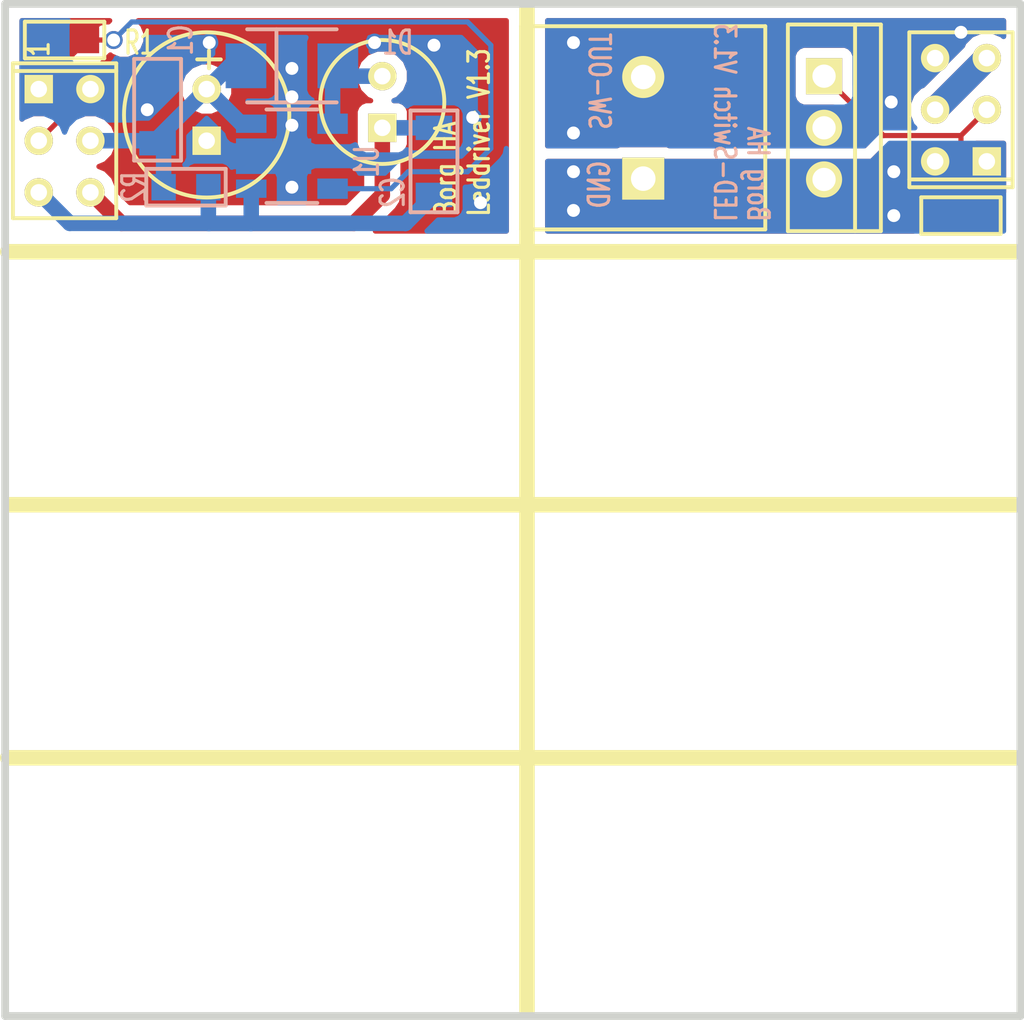
<source format=kicad_pcb>
(kicad_pcb (version 3) (host pcbnew "(25-Oct-2014 BZR 4029)-stable")

  (general
    (links 48)
    (no_connects 0)
    (area 48.704499 65.214499 98.996501 115.379501)
    (thickness 1.6002)
    (drawings 13)
    (tracks 67)
    (zones 0)
    (modules 31)
    (nets 11)
  )

  (page A4)
  (title_block 
    (title "Borg HA LED Driver & Switch")
    (rev 1.2)
  )

  (layers
    (15 Front signal)
    (0 Back signal)
    (16 B.Adhes user)
    (17 F.Adhes user)
    (18 B.Paste user)
    (19 F.Paste user)
    (20 B.SilkS user)
    (21 F.SilkS user)
    (22 B.Mask user)
    (23 F.Mask user)
    (24 Dwgs.User user)
    (25 Cmts.User user)
    (26 Eco1.User user)
    (27 Eco2.User user)
    (28 Edge.Cuts user)
  )

  (setup
    (last_trace_width 0.254)
    (user_trace_width 0.254)
    (user_trace_width 0.508)
    (user_trace_width 1.27)
    (trace_clearance 0.254)
    (zone_clearance 0.508)
    (zone_45_only no)
    (trace_min 0.2032)
    (segment_width 0.381)
    (edge_width 0.381)
    (via_size 0.889)
    (via_drill 0.635)
    (via_min_size 0.889)
    (via_min_drill 0.508)
    (uvia_size 0.508)
    (uvia_drill 0.127)
    (uvias_allowed no)
    (uvia_min_size 0.508)
    (uvia_min_drill 0.127)
    (pcb_text_width 0.3048)
    (pcb_text_size 1.524 2.032)
    (mod_edge_width 0.381)
    (mod_text_size 1.524 1.524)
    (mod_text_width 0.3048)
    (pad_size 1.397 1.397)
    (pad_drill 0.8128)
    (pad_to_mask_clearance 0.254)
    (aux_axis_origin 0 0)
    (visible_elements 7FFFFFBF)
    (pcbplotparams
      (layerselection 15761409)
      (usegerberextensions true)
      (excludeedgelayer false)
      (linewidth 0.150000)
      (plotframeref false)
      (viasonmask false)
      (mode 1)
      (useauxorigin false)
      (hpglpennumber 1)
      (hpglpenspeed 20)
      (hpglpendiameter 15)
      (hpglpenoverlay 0)
      (psnegative false)
      (psa4output false)
      (plotreference true)
      (plotvalue true)
      (plotothertext true)
      (plotinvisibletext false)
      (padsonsilk false)
      (subtractmaskfromsilk false)
      (outputformat 1)
      (mirror false)
      (drillshape 0)
      (scaleselection 1)
      (outputdirectory production))
  )

  (net 0 "")
  (net 1 /DIM)
  (net 2 /LED+)
  (net 3 /LED-)
  (net 4 /ON)
  (net 5 /SW)
  (net 6 /SW1)
  (net 7 /V+)
  (net 8 /V-)
  (net 9 GND)
  (net 10 VBATT)

  (net_class Default "This is the default net class."
    (clearance 0.254)
    (trace_width 0.254)
    (via_dia 0.889)
    (via_drill 0.635)
    (uvia_dia 0.508)
    (uvia_drill 0.127)
    (add_net "")
    (add_net /DIM)
    (add_net /ON)
    (add_net GND)
  )

  (net_class GND ""
    (clearance 0.254)
    (trace_width 0.508)
    (via_dia 0.889)
    (via_drill 0.635)
    (uvia_dia 0.508)
    (uvia_drill 0.127)
  )

  (net_class "High Power" ""
    (clearance 0.254)
    (trace_width 1.27)
    (via_dia 0.889)
    (via_drill 0.635)
    (uvia_dia 0.508)
    (uvia_drill 0.127)
    (add_net /SW)
    (add_net /V+)
    (add_net /V-)
  )

  (net_class Power ""
    (clearance 0.254)
    (trace_width 0.762)
    (via_dia 0.889)
    (via_drill 0.635)
    (uvia_dia 0.508)
    (uvia_drill 0.127)
    (add_net /LED+)
    (add_net /LED-)
    (add_net /SW1)
    (add_net VBATT)
  )

  (module P_6_PIN2_100 (layer Front) (tedit 50C71924) (tstamp 50C6E477)
    (at 51.816 72.136 270)
    (descr "Module P_6_PIN2_100, 6 pins two rows 100")
    (path /50C716B1)
    (fp_text reference P1 (at 0 3.81 270) (layer F.SilkS) hide
      (effects (font (size 1.524 1.143) (thickness 0.1905)))
    )
    (fp_text value CONN_6 (at 0 -3.81 270) (layer F.SilkS) hide
      (effects (font (size 1.524 1.143) (thickness 0.1905)))
    )
    (fp_line (start -3.81 2.54) (end 3.81 2.54) (layer F.SilkS) (width 0.1905))
    (fp_line (start 3.81 2.54) (end 3.81 -2.54) (layer F.SilkS) (width 0.1905))
    (fp_line (start 3.81 -2.54) (end -3.81 -2.54) (layer F.SilkS) (width 0.1905))
    (fp_line (start -3.81 -2.54) (end -3.81 2.54) (layer F.SilkS) (width 0.1905))
    (fp_line (start -3.429 2.54) (end -3.429 -2.54) (layer F.SilkS) (width 0.1905))
    (pad 1 thru_hole rect (at -2.54 1.27 270) (size 1.397 1.397) (drill 0.8128)
      (layers *.Cu *.Mask F.SilkS)
      (net 9 GND)
    )
    (pad 3 thru_hole circle (at 0 1.27 270) (size 1.397 1.397) (drill 0.8128)
      (layers *.Cu *.Mask F.SilkS)
      (net 1 /DIM)
    )
    (pad 5 thru_hole circle (at 2.54 1.27 270) (size 1.397 1.397) (drill 0.8128)
      (layers *.Cu *.Mask F.SilkS)
      (net 2 /LED+)
    )
    (pad 2 thru_hole circle (at -2.54 -1.27 270) (size 1.397 1.397) (drill 0.8128)
      (layers *.Cu *.Mask F.SilkS)
      (net 9 GND)
    )
    (pad 4 thru_hole circle (at 0 -1.27 270) (size 1.397 1.397) (drill 0.8128)
      (layers *.Cu *.Mask F.SilkS)
      (net 10 VBATT)
    )
    (pad 6 thru_hole circle (at 2.54 -1.27 270) (size 1.397 1.397) (drill 0.8128)
      (layers *.Cu *.Mask F.SilkS)
      (net 3 /LED-)
    )
  )

  (module CP_W100_D320 (layer Front) (tedit 563310D8) (tstamp 50E25219)
    (at 58.801 70.866 90)
    (descr "Module CP_W100_D320, distance 100 diameter 320")
    (path /50C078B2)
    (fp_text reference CPOL1 (at 0 2.667 90) (layer F.SilkS) hide
      (effects (font (size 1.524 1.143) (thickness 0.1905)))
    )
    (fp_text value 100uF (at 0 -2.667 90) (layer F.SilkS) hide
      (effects (font (size 1.524 1.143) (thickness 0.1905)))
    )
    (fp_text user + (at 2.7305 0 90) (layer F.SilkS)
      (effects (font (size 1.524 1.143) (thickness 0.1905)))
    )
    (fp_circle (center 0 0) (end 4.064 0) (layer F.SilkS) (width 0.1905))
    (pad 1 thru_hole rect (at -1.27 0 90) (size 1.397 1.397) (drill 0.8128)
      (layers *.Cu *.Mask F.SilkS)
      (net 9 GND)
    )
    (pad 2 thru_hole circle (at 1.27 0 90) (size 1.397 1.397) (drill 0.8128)
      (layers *.Cu *.Mask F.SilkS)
      (net 10 VBATT)
    )
  )

  (module R_SMT0805 (layer Front) (tedit 563310C8) (tstamp 5632E840)
    (at 95.885 75.819)
    (descr "Module R_SMT0805, length 3400 pad length 1200 width 1300")
    (path /5632E607)
    (fp_text reference R3 (at 0 2.1717) (layer F.SilkS) hide
      (effects (font (size 1.524 1.143) (thickness 0.1905)))
    )
    (fp_text value R (at 0 -2.1717) (layer F.SilkS) hide
      (effects (font (size 1.524 1.143) (thickness 0.1905)))
    )
    (fp_line (start -1.95326 0.9017) (end 1.95326 0.9017) (layer F.SilkS) (width 0.1905))
    (fp_line (start 1.95326 0.9017) (end 1.95326 -0.9017) (layer F.SilkS) (width 0.1905))
    (fp_line (start 1.95326 -0.9017) (end -1.95326 -0.9017) (layer F.SilkS) (width 0.1905))
    (fp_line (start -1.95326 -0.9017) (end -1.95326 0.9017) (layer F.SilkS) (width 0.1905))
    (pad 1 smd rect (at -1.09982 0) (size 1.19888 1.29794)
      (layers Front F.Paste F.Mask)
      (net 8 /V-)
    )
    (pad 2 smd rect (at 1.09982 0) (size 1.19888 1.29794)
      (layers Front F.Paste F.Mask)
      (net 4 /ON)
    )
  )

  (module Q_3_TO220_GDS_V (layer Front) (tedit 56330D20) (tstamp 5632E84C)
    (at 89.154 71.501 270)
    (descr "Module Q_3_TO220_GDS_V")
    (path /5632E5F8)
    (fp_text reference Q1 (at 0 3.048 270) (layer F.SilkS) hide
      (effects (font (size 1.524 1.143) (thickness 0.1905)))
    )
    (fp_text value IRL3705 (at 0 -4.064 270) (layer F.SilkS) hide
      (effects (font (size 1.524 1.143) (thickness 0.1905)))
    )
    (fp_line (start 5.08 -2.794) (end -5.08 -2.794) (layer F.SilkS) (width 0.1905))
    (fp_line (start -5.08 -2.794) (end -5.08 1.778) (layer F.SilkS) (width 0.1905))
    (fp_line (start -5.08 1.778) (end 5.08 1.778) (layer F.SilkS) (width 0.1905))
    (fp_line (start 5.08 1.778) (end 5.08 -2.794) (layer F.SilkS) (width 0.1905))
    (fp_line (start 5.08 -1.524) (end -5.08 -1.524) (layer F.SilkS) (width 0.1905))
    (pad G thru_hole rect (at -2.54 0 270) (size 1.778 1.778) (drill 1.143)
      (layers *.Cu *.Mask F.SilkS)
      (net 4 /ON)
    )
    (pad D thru_hole circle (at 0 0 270) (size 1.778 1.778) (drill 1.143)
      (layers *.Cu *.Mask F.SilkS)
      (net 5 /SW)
      (zone_connect 2)
    )
    (pad S thru_hole circle (at 2.54 0 270) (size 1.778 1.778) (drill 1.143)
      (layers *.Cu *.Mask F.SilkS)
      (net 8 /V-)
      (zone_connect 2)
    )
  )

  (module P_6_PIN2_100 (layer Front) (tedit 56330D4B) (tstamp 5632E85B)
    (at 95.885 70.612 90)
    (descr "Module P_6_PIN2_100, 6 pins two rows 100")
    (path /5632E5A9)
    (fp_text reference P2 (at 0 3.81 90) (layer F.SilkS) hide
      (effects (font (size 1.524 1.143) (thickness 0.1905)))
    )
    (fp_text value CONN_6 (at 0 -3.81 90) (layer F.SilkS) hide
      (effects (font (size 1.524 1.143) (thickness 0.1905)))
    )
    (fp_line (start -3.81 2.54) (end 3.81 2.54) (layer F.SilkS) (width 0.1905))
    (fp_line (start 3.81 2.54) (end 3.81 -2.54) (layer F.SilkS) (width 0.1905))
    (fp_line (start 3.81 -2.54) (end -3.81 -2.54) (layer F.SilkS) (width 0.1905))
    (fp_line (start -3.81 -2.54) (end -3.81 2.54) (layer F.SilkS) (width 0.1905))
    (fp_line (start -3.429 2.54) (end -3.429 -2.54) (layer F.SilkS) (width 0.1905))
    (pad 1 thru_hole rect (at -2.54 1.27 90) (size 1.397 1.397) (drill 0.8128)
      (layers *.Cu *.Mask F.SilkS)
      (net 8 /V-)
      (zone_connect 2)
    )
    (pad 3 thru_hole circle (at 0 1.27 90) (size 1.397 1.397) (drill 0.8128)
      (layers *.Cu *.Mask F.SilkS)
      (net 4 /ON)
    )
    (pad 5 thru_hole circle (at 2.54 1.27 90) (size 1.397 1.397) (drill 0.8128)
      (layers *.Cu *.Mask F.SilkS)
      (net 7 /V+)
    )
    (pad 2 thru_hole circle (at -2.54 -1.27 90) (size 1.397 1.397) (drill 0.8128)
      (layers *.Cu *.Mask F.SilkS)
      (net 8 /V-)
      (zone_connect 2)
    )
    (pad 4 thru_hole circle (at 0 -1.27 90) (size 1.397 1.397) (drill 0.8128)
      (layers *.Cu *.Mask F.SilkS)
      (net 7 /V+)
    )
    (pad 6 thru_hole circle (at 2.54 -1.27 90) (size 1.397 1.397) (drill 0.8128)
      (layers *.Cu *.Mask F.SilkS)
      (net 5 /SW)
      (zone_connect 2)
    )
  )

  (module VIA25MIL (layer Front) (tedit 54281C4F) (tstamp 5632EDE0)
    (at 67.056 67.31)
    (path /5632EC95)
    (fp_text reference V7 (at 0.127 -1.27) (layer F.SilkS) hide
      (effects (font (size 1 1) (thickness 0.15)))
    )
    (fp_text value VIA (at 0 1.397) (layer F.SilkS) hide
      (effects (font (size 1 1) (thickness 0.15)))
    )
    (pad 0 thru_hole circle (at 0 0) (size 0.889 0.889) (drill 0.635)
      (layers *.Cu)
      (net 9 GND)
      (zone_connect 2)
    )
  )

  (module VIA25MIL (layer Front) (tedit 54281C4F) (tstamp 5632EDE5)
    (at 76.835 67.31)
    (path /5632ED01)
    (fp_text reference V20 (at 0.127 -1.27) (layer F.SilkS) hide
      (effects (font (size 1 1) (thickness 0.15)))
    )
    (fp_text value VIA (at 0 1.397) (layer F.SilkS) hide
      (effects (font (size 1 1) (thickness 0.15)))
    )
    (pad 0 thru_hole circle (at 0 0) (size 0.889 0.889) (drill 0.635)
      (layers *.Cu)
      (net 5 /SW)
      (zone_connect 2)
    )
  )

  (module VIA25MIL (layer Front) (tedit 54281C4F) (tstamp 5632EDEA)
    (at 92.583 73.66)
    (path /5632ECFB)
    (fp_text reference V16 (at 0.127 -1.27) (layer F.SilkS) hide
      (effects (font (size 1 1) (thickness 0.15)))
    )
    (fp_text value VIA (at 0 1.397) (layer F.SilkS) hide
      (effects (font (size 1 1) (thickness 0.15)))
    )
    (pad 0 thru_hole circle (at 0 0) (size 0.889 0.889) (drill 0.635)
      (layers *.Cu)
      (net 8 /V-)
      (zone_connect 2)
    )
  )

  (module VIA25MIL (layer Front) (tedit 54281C4F) (tstamp 5632EDEF)
    (at 92.456 70.231)
    (path /5632ECF5)
    (fp_text reference V19 (at 0.127 -1.27) (layer F.SilkS) hide
      (effects (font (size 1 1) (thickness 0.15)))
    )
    (fp_text value VIA (at 0 1.397) (layer F.SilkS) hide
      (effects (font (size 1 1) (thickness 0.15)))
    )
    (pad 0 thru_hole circle (at 0 0) (size 0.889 0.889) (drill 0.635)
      (layers *.Cu)
      (net 5 /SW)
      (zone_connect 2)
    )
  )

  (module VIA25MIL (layer Front) (tedit 54281C4F) (tstamp 5632EDF4)
    (at 76.835 73.66)
    (path /5632ECEF)
    (fp_text reference V15 (at 0.127 -1.27) (layer F.SilkS) hide
      (effects (font (size 1 1) (thickness 0.15)))
    )
    (fp_text value VIA (at 0 1.397) (layer F.SilkS) hide
      (effects (font (size 1 1) (thickness 0.15)))
    )
    (pad 0 thru_hole circle (at 0 0) (size 0.889 0.889) (drill 0.635)
      (layers *.Cu)
      (net 8 /V-)
      (zone_connect 2)
    )
  )

  (module VIA25MIL (layer Front) (tedit 54281C4F) (tstamp 5632EDF9)
    (at 95.885 66.802)
    (path /5632ECE9)
    (fp_text reference V18 (at 0.127 -1.27) (layer F.SilkS) hide
      (effects (font (size 1 1) (thickness 0.15)))
    )
    (fp_text value VIA (at 0 1.397) (layer F.SilkS) hide
      (effects (font (size 1 1) (thickness 0.15)))
    )
    (pad 0 thru_hole circle (at 0 0) (size 0.889 0.889) (drill 0.635)
      (layers *.Cu)
      (net 5 /SW)
      (zone_connect 2)
    )
  )

  (module VIA25MIL (layer Front) (tedit 54281C4F) (tstamp 5632EDFE)
    (at 92.583 75.819)
    (path /5632ECE3)
    (fp_text reference V14 (at 0.127 -1.27) (layer F.SilkS) hide
      (effects (font (size 1 1) (thickness 0.15)))
    )
    (fp_text value VIA (at 0 1.397) (layer F.SilkS) hide
      (effects (font (size 1 1) (thickness 0.15)))
    )
    (pad 0 thru_hole circle (at 0 0) (size 0.889 0.889) (drill 0.635)
      (layers *.Cu)
      (net 8 /V-)
      (zone_connect 2)
    )
  )

  (module VIA25MIL (layer Front) (tedit 54281C4F) (tstamp 5632EE03)
    (at 76.835 71.755)
    (path /5632ECDD)
    (fp_text reference V17 (at 0.127 -1.27) (layer F.SilkS) hide
      (effects (font (size 1 1) (thickness 0.15)))
    )
    (fp_text value VIA (at 0 1.397) (layer F.SilkS) hide
      (effects (font (size 1 1) (thickness 0.15)))
    )
    (pad 0 thru_hole circle (at 0 0) (size 0.889 0.889) (drill 0.635)
      (layers *.Cu)
      (net 5 /SW)
      (zone_connect 2)
    )
  )

  (module VIA25MIL (layer Front) (tedit 54281C4F) (tstamp 5632EE08)
    (at 76.835 75.565)
    (path /5632ECD7)
    (fp_text reference V13 (at 0.127 -1.27) (layer F.SilkS) hide
      (effects (font (size 1 1) (thickness 0.15)))
    )
    (fp_text value VIA (at 0 1.397) (layer F.SilkS) hide
      (effects (font (size 1 1) (thickness 0.15)))
    )
    (pad 0 thru_hole circle (at 0 0) (size 0.889 0.889) (drill 0.635)
      (layers *.Cu)
      (net 8 /V-)
      (zone_connect 2)
    )
  )

  (module VIA25MIL (layer Front) (tedit 54281C4F) (tstamp 5632EE12)
    (at 55.88 70.612)
    (path /5632ECCB)
    (fp_text reference V6 (at 0.127 -1.27) (layer F.SilkS) hide
      (effects (font (size 1 1) (thickness 0.15)))
    )
    (fp_text value VIA (at 0 1.397) (layer F.SilkS) hide
      (effects (font (size 1 1) (thickness 0.15)))
    )
    (pad 0 thru_hole circle (at 0 0) (size 0.889 0.889) (drill 0.635)
      (layers *.Cu)
      (net 9 GND)
      (zone_connect 2)
    )
  )

  (module VIA25MIL (layer Front) (tedit 54281C4F) (tstamp 5632EE1C)
    (at 58.928 67.31)
    (path /5632ECBF)
    (fp_text reference V5 (at 0.127 -1.27) (layer F.SilkS) hide
      (effects (font (size 1 1) (thickness 0.15)))
    )
    (fp_text value VIA (at 0 1.397) (layer F.SilkS) hide
      (effects (font (size 1 1) (thickness 0.15)))
    )
    (pad 0 thru_hole circle (at 0 0) (size 0.889 0.889) (drill 0.635)
      (layers *.Cu)
      (net 9 GND)
      (zone_connect 2)
    )
  )

  (module VIA25MIL (layer Front) (tedit 54281C4F) (tstamp 5632EE21)
    (at 71.882 70.993)
    (path /5632ECB9)
    (fp_text reference V10 (at 0.127 -1.27) (layer F.SilkS) hide
      (effects (font (size 1 1) (thickness 0.15)))
    )
    (fp_text value VIA (at 0 1.397) (layer F.SilkS) hide
      (effects (font (size 1 1) (thickness 0.15)))
    )
    (pad 0 thru_hole circle (at 0 0) (size 0.889 0.889) (drill 0.635)
      (layers *.Cu)
      (net 9 GND)
      (zone_connect 2)
    )
  )

  (module VIA25MIL (layer Front) (tedit 54281C4F) (tstamp 5632EE26)
    (at 62.992 68.58)
    (path /5632ECB3)
    (fp_text reference V4 (at 0.127 -1.27) (layer F.SilkS) hide
      (effects (font (size 1 1) (thickness 0.15)))
    )
    (fp_text value VIA (at 0 1.397) (layer F.SilkS) hide
      (effects (font (size 1 1) (thickness 0.15)))
    )
    (pad 0 thru_hole circle (at 0 0) (size 0.889 0.889) (drill 0.635)
      (layers *.Cu)
      (net 9 GND)
      (zone_connect 2)
    )
  )

  (module VIA25MIL (layer Front) (tedit 54281C4F) (tstamp 5632EE2B)
    (at 69.977 67.437)
    (path /5632ECAD)
    (fp_text reference V9 (at 0.127 -1.27) (layer F.SilkS) hide
      (effects (font (size 1 1) (thickness 0.15)))
    )
    (fp_text value VIA (at 0 1.397) (layer F.SilkS) hide
      (effects (font (size 1 1) (thickness 0.15)))
    )
    (pad 0 thru_hole circle (at 0 0) (size 0.889 0.889) (drill 0.635)
      (layers *.Cu)
      (net 9 GND)
      (zone_connect 2)
    )
  )

  (module VIA25MIL (layer Front) (tedit 54281C4F) (tstamp 5632EE30)
    (at 62.992 69.977)
    (path /5632ECA7)
    (fp_text reference V3 (at 0.127 -1.27) (layer F.SilkS) hide
      (effects (font (size 1 1) (thickness 0.15)))
    )
    (fp_text value VIA (at 0 1.397) (layer F.SilkS) hide
      (effects (font (size 1 1) (thickness 0.15)))
    )
    (pad 0 thru_hole circle (at 0 0) (size 0.889 0.889) (drill 0.635)
      (layers *.Cu)
      (net 9 GND)
      (zone_connect 2)
    )
  )

  (module VIA25MIL (layer Front) (tedit 54281C4F) (tstamp 5632EE35)
    (at 72.263 75.184)
    (path /5632ECA1)
    (fp_text reference V8 (at 0.127 -1.27) (layer F.SilkS) hide
      (effects (font (size 1 1) (thickness 0.15)))
    )
    (fp_text value VIA (at 0 1.397) (layer F.SilkS) hide
      (effects (font (size 1 1) (thickness 0.15)))
    )
    (pad 0 thru_hole circle (at 0 0) (size 0.889 0.889) (drill 0.635)
      (layers *.Cu)
      (net 9 GND)
      (zone_connect 2)
    )
  )

  (module VIA25MIL (layer Front) (tedit 54281C4F) (tstamp 5632EE3A)
    (at 62.992 71.374)
    (path /5632EC9B)
    (fp_text reference V2 (at 0.127 -1.27) (layer F.SilkS) hide
      (effects (font (size 1 1) (thickness 0.15)))
    )
    (fp_text value VIA (at 0 1.397) (layer F.SilkS) hide
      (effects (font (size 1 1) (thickness 0.15)))
    )
    (pad 0 thru_hole circle (at 0 0) (size 0.889 0.889) (drill 0.635)
      (layers *.Cu)
      (net 9 GND)
      (zone_connect 2)
    )
  )

  (module VIA25MIL (layer Front) (tedit 54281C4F) (tstamp 5632EE3F)
    (at 62.992 74.422)
    (path /5632EC88)
    (fp_text reference V1 (at 0.127 -1.27) (layer F.SilkS) hide
      (effects (font (size 1 1) (thickness 0.15)))
    )
    (fp_text value VIA (at 0 1.397) (layer F.SilkS) hide
      (effects (font (size 1 1) (thickness 0.15)))
    )
    (pad 0 thru_hole circle (at 0 0) (size 0.889 0.889) (drill 0.635)
      (layers *.Cu)
      (net 9 GND)
      (zone_connect 2)
    )
  )

  (module P_2_SCRTERM_5M (layer Front) (tedit 56330D0C) (tstamp 5632EE4A)
    (at 80.264 71.501 90)
    (descr "Module P_2_SCRTERM_5M, screw terminal 2 pins 5M")
    (path /5632F52B)
    (fp_text reference P3 (at 0 7.26948 90) (layer F.SilkS) hide
      (effects (font (size 1.524 1.143) (thickness 0.1905)))
    )
    (fp_text value CONN_2 (at 0 -7.26948 90) (layer F.SilkS) hide
      (effects (font (size 1.524 1.143) (thickness 0.1905)))
    )
    (fp_line (start -4.99872 5.99948) (end 4.99872 5.99948) (layer F.SilkS) (width 0.1905))
    (fp_line (start 4.99872 5.99948) (end 4.99872 -5.99948) (layer F.SilkS) (width 0.1905))
    (fp_line (start 4.99872 -5.99948) (end -4.99872 -5.99948) (layer F.SilkS) (width 0.1905))
    (fp_line (start -4.99872 -5.99948) (end -4.99872 5.99948) (layer F.SilkS) (width 0.1905))
    (pad 1 thru_hole rect (at -2.49936 0 90) (size 2.0701 2.0701) (drill 1.2065)
      (layers *.Cu *.Mask F.SilkS)
      (net 8 /V-)
      (zone_connect 2)
    )
    (pad 2 thru_hole circle (at 2.49936 0 90) (size 2.0701 2.0701) (drill 1.2065)
      (layers *.Cu *.Mask F.SilkS)
      (net 5 /SW)
      (zone_connect 2)
    )
  )

  (module L_W100_D240 (layer Front) (tedit 563310D0) (tstamp 50C1722E)
    (at 67.437 70.231 90)
    (descr "Module L_W100_D240, distance 100 diameter 240")
    (path /4FCCCBD0)
    (fp_text reference L1 (at 0 2.667 90) (layer F.SilkS) hide
      (effects (font (size 1.524 1.143) (thickness 0.1905)))
    )
    (fp_text value "100uH 1.3A .3Ohm" (at 0 -2.667 90) (layer F.SilkS) hide
      (effects (font (size 1.524 1.143) (thickness 0.1905)))
    )
    (fp_circle (center 0 0) (end 3.048 0) (layer F.SilkS) (width 0.1905))
    (pad 1 thru_hole rect (at -1.27 0 90) (size 1.397 1.397) (drill 0.8128)
      (layers *.Cu *.Mask F.SilkS)
      (net 3 /LED-)
    )
    (pad 2 thru_hole circle (at 1.27 0 90) (size 1.397 1.397) (drill 0.8128)
      (layers *.Cu *.Mask F.SilkS)
      (net 6 /SW1)
    )
  )

  (module R_SMT0805 (layer Front) (tedit 56547A2B) (tstamp 56387653)
    (at 51.816 67.183)
    (descr "Module R_SMT0805, length 3400 pad length 1200 width 1300")
    (path /4FCFDCC3)
    (fp_text reference R1 (at 3.683 0.127) (layer F.SilkS)
      (effects (font (size 1.143 0.762) (thickness 0.1524)))
    )
    (fp_text value 10k (at 0 -2.1717) (layer F.SilkS) hide
      (effects (font (size 1.524 1.143) (thickness 0.1905)))
    )
    (fp_line (start -1.95326 0.9017) (end 1.95326 0.9017) (layer F.SilkS) (width 0.1905))
    (fp_line (start 1.95326 0.9017) (end 1.95326 -0.9017) (layer F.SilkS) (width 0.1905))
    (fp_line (start 1.95326 -0.9017) (end -1.95326 -0.9017) (layer F.SilkS) (width 0.1905))
    (fp_line (start -1.95326 -0.9017) (end -1.95326 0.9017) (layer F.SilkS) (width 0.1905))
    (pad 1 smd rect (at -1.09982 0) (size 1.19888 1.29794)
      (layers Front F.Paste F.Mask)
      (net 9 GND)
    )
    (pad 2 smd rect (at 1.09982 0) (size 1.19888 1.29794)
      (layers Front F.Paste F.Mask)
      (net 1 /DIM)
    )
  )

  (module U_5_SOT89FAT (layer Back) (tedit 56547A89) (tstamp 565476E0)
    (at 62.992 72.898 270)
    (descr "Module U_5_SOT89FAT")
    (path /4FCCCBCF)
    (fp_text reference U1 (at 0.254 -3.683 270) (layer B.SilkS)
      (effects (font (size 1.143 0.762) (thickness 0.1524)) (justify mirror))
    )
    (fp_text value PT4115E (at 0 4.96824 270) (layer B.SilkS) hide
      (effects (font (size 1.524 1.143) (thickness 0.1905)) (justify mirror))
    )
    (fp_line (start 2.2987 -1.24968) (end 2.2987 1.24968) (layer B.SilkS) (width 0.1905))
    (fp_line (start -2.2987 -1.24968) (end -2.2987 1.24968) (layer B.SilkS) (width 0.1905))
    (pad 1 smd rect (at -1.59766 -1.99898 270) (size 0.99822 1.4986)
      (layers Back B.Paste B.Mask)
      (net 6 /SW1)
    )
    (pad 3 smd rect (at 1.59766 -1.99898 270) (size 0.99822 1.4986)
      (layers Back B.Paste B.Mask)
      (net 1 /DIM)
    )
    (pad 5 smd rect (at -1.59766 1.99898 270) (size 0.89916 1.4986)
      (layers Back B.Paste B.Mask)
      (net 10 VBATT)
    )
    (pad 4 smd rect (at 1.59766 1.99898 270) (size 0.89916 1.4986)
      (layers Back B.Paste B.Mask)
      (net 2 /LED+)
    )
    (pad 2 smd rect (at 0 0 270) (size 1.74752 1.89992)
      (layers Back B.Paste B.Mask)
      (net 9 GND)
    )
    (pad 2 smd rect (at 0 1.84912 270) (size 1.74752 1.79832)
      (layers Back B.Paste B.Mask)
      (net 9 GND)
    )
    (pad 2 smd rect (at 0 -1.84912 270) (size 0.99822 1.79832)
      (layers Back B.Paste B.Mask)
      (net 9 GND)
    )
  )

  (module C_SMT1206 (layer Back) (tedit 56547A26) (tstamp 56547710)
    (at 56.388 70.612 90)
    (descr "Module C_SMT1206, length 4500 pad length 1200 width 1800")
    (path /4FCCCBCB)
    (fp_text reference C1 (at 3.429 1.143 90) (layer B.SilkS)
      (effects (font (size 1.143 0.762) (thickness 0.1524)) (justify mirror))
    )
    (fp_text value 1uF (at 0 2.42316 90) (layer B.SilkS) hide
      (effects (font (size 1.524 1.143) (thickness 0.1905)) (justify mirror))
    )
    (fp_line (start -2.5019 -1.15316) (end 2.5019 -1.15316) (layer B.SilkS) (width 0.1905))
    (fp_line (start 2.5019 -1.15316) (end 2.5019 1.15316) (layer B.SilkS) (width 0.1905))
    (fp_line (start 2.5019 1.15316) (end -2.5019 1.15316) (layer B.SilkS) (width 0.1905))
    (fp_line (start -2.5019 1.15316) (end -2.5019 -1.15316) (layer B.SilkS) (width 0.1905))
    (pad 1 smd rect (at -1.64846 0 90) (size 1.19888 1.79832)
      (layers Back B.Paste B.Mask)
      (net 10 VBATT)
    )
    (pad 2 smd rect (at 1.64846 0 90) (size 1.19888 1.79832)
      (layers Back B.Paste B.Mask)
      (net 9 GND)
    )
  )

  (module R_SMT0805 (layer Back) (tedit 56547A42) (tstamp 5654773A)
    (at 57.785 74.422 180)
    (descr "Module R_SMT0805, length 3400 pad length 1200 width 1300")
    (path /4FCCCBD1)
    (fp_text reference R2 (at 2.54 0 270) (layer B.SilkS)
      (effects (font (size 1.143 0.762) (thickness 0.1524)) (justify mirror))
    )
    (fp_text value 0.33 (at 0 2.1717 180) (layer B.SilkS) hide
      (effects (font (size 1.524 1.143) (thickness 0.1905)) (justify mirror))
    )
    (fp_line (start -1.95326 -0.9017) (end 1.95326 -0.9017) (layer B.SilkS) (width 0.1905))
    (fp_line (start 1.95326 -0.9017) (end 1.95326 0.9017) (layer B.SilkS) (width 0.1905))
    (fp_line (start 1.95326 0.9017) (end -1.95326 0.9017) (layer B.SilkS) (width 0.1905))
    (fp_line (start -1.95326 0.9017) (end -1.95326 -0.9017) (layer B.SilkS) (width 0.1905))
    (pad 1 smd rect (at -1.09982 0 180) (size 1.19888 1.29794)
      (layers Back B.Paste B.Mask)
      (net 2 /LED+)
    )
    (pad 2 smd rect (at 1.09982 0 180) (size 1.19888 1.29794)
      (layers Back B.Paste B.Mask)
      (net 10 VBATT)
    )
  )

  (module D_SMB_W (layer Back) (tedit 56547A5B) (tstamp 56547938)
    (at 62.992 68.453 180)
    (descr "Module D_SMB_W")
    (path /4FCCCBCC)
    (fp_text reference D1 (at -5.207 1.143 180) (layer B.SilkS)
      (effects (font (size 1.143 0.762) (thickness 0.1524)) (justify mirror))
    )
    (fp_text value SS14 (at 0 3.06832 180) (layer B.SilkS) hide
      (effects (font (size 1.524 1.143) (thickness 0.1905)) (justify mirror))
    )
    (fp_line (start 2.19964 -1.79832) (end -2.19964 -1.79832) (layer B.SilkS) (width 0.1905))
    (fp_line (start 2.19964 1.79832) (end -2.19964 1.79832) (layer B.SilkS) (width 0.1905))
    (fp_line (start 0.75946 -1.79832) (end 0.75946 1.79832) (layer B.SilkS) (width 0.1905))
    (pad 1 smd rect (at 2.25806 0 180) (size 1.99898 2.19964)
      (layers Back B.Paste B.Mask)
      (net 10 VBATT)
    )
    (pad 2 smd rect (at -2.25806 0 180) (size 1.99898 2.19964)
      (layers Back B.Paste B.Mask)
      (net 6 /SW1)
    )
  )

  (module C_SMT1206 (layer Back) (tedit 56547A73) (tstamp 5654794C)
    (at 69.977 73.152 90)
    (descr "Module C_SMT1206, length 4500 pad length 1200 width 1800")
    (path /4FCCCBD2)
    (fp_text reference C2 (at -1.524 -2.032 90) (layer B.SilkS)
      (effects (font (size 1.143 0.762) (thickness 0.1524)) (justify mirror))
    )
    (fp_text value 1uF (at 0 2.42316 90) (layer B.SilkS) hide
      (effects (font (size 1.524 1.143) (thickness 0.1905)) (justify mirror))
    )
    (fp_line (start -2.5019 -1.15316) (end 2.5019 -1.15316) (layer B.SilkS) (width 0.1905))
    (fp_line (start 2.5019 -1.15316) (end 2.5019 1.15316) (layer B.SilkS) (width 0.1905))
    (fp_line (start 2.5019 1.15316) (end -2.5019 1.15316) (layer B.SilkS) (width 0.1905))
    (fp_line (start -2.5019 1.15316) (end -2.5019 -1.15316) (layer B.SilkS) (width 0.1905))
    (pad 1 smd rect (at -1.64846 0 90) (size 1.19888 1.79832)
      (layers Back B.Paste B.Mask)
      (net 2 /LED+)
    )
    (pad 2 smd rect (at 1.64846 0 90) (size 1.19888 1.79832)
      (layers Back B.Paste B.Mask)
      (net 3 /LED-)
    )
  )

  (gr_line (start 98.552 77.597) (end 49.022 77.597) (angle 90) (layer F.SilkS) (width 0.762) (tstamp 56330E99))
  (gr_text "Borg HA\nLED-Switch V1.3" (at 85.09 76.2 270) (layer B.SilkS) (tstamp 5633092D)
    (effects (font (size 1.016 0.762) (thickness 0.1524)) (justify left mirror))
  )
  (gr_text SW-OUT (at 78.105 69.215 270) (layer B.SilkS) (tstamp 5633092C)
    (effects (font (size 1.016 0.762) (thickness 0.1524)) (justify mirror))
  )
  (gr_text GND (at 78.105 74.295 90) (layer B.SilkS) (tstamp 56330920)
    (effects (font (size 1.016 0.762) (thickness 0.1524)) (justify mirror))
  )
  (gr_line (start 48.895 115.189) (end 98.806 115.189) (angle 90) (layer Edge.Cuts) (width 0.381) (tstamp 5632FFF0))
  (gr_line (start 98.806 115.189) (end 98.806 65.405) (angle 90) (layer Edge.Cuts) (width 0.381) (tstamp 5632FFC5))
  (gr_line (start 48.895 65.405) (end 98.806 65.405) (angle 90) (layer Edge.Cuts) (width 0.381))
  (gr_line (start 98.552 102.489) (end 49.022 102.489) (angle 90) (layer F.SilkS) (width 0.762) (tstamp 56330FC3))
  (gr_line (start 98.552 90.043) (end 49.149 90.043) (angle 90) (layer F.SilkS) (width 0.762) (tstamp 56330FC0))
  (gr_line (start 74.549 114.935) (end 74.549 65.659) (angle 90) (layer F.SilkS) (width 0.762) (tstamp 56330FC2))
  (gr_text "Borg HA\nLeddriver V1.3" (at 71.374 75.946 90) (layer F.SilkS)
    (effects (font (size 1.016 0.762) (thickness 0.1524)) (justify left))
  )
  (gr_text 1 (at 50.546 67.6275 90) (layer F.SilkS)
    (effects (font (size 1.016 0.762) (thickness 0.1524)))
  )
  (gr_line (start 48.895 115.189) (end 48.895 65.405) (angle 90) (layer Edge.Cuts) (width 0.381))

  (segment (start 54.229 67.183) (end 55.118 66.294) (width 0.254) (layer Back) (net 1))
  (via (at 54.229 67.183) (size 0.889) (layers Front Back) (net 1))
  (segment (start 52.91582 67.183) (end 54.229 67.183) (width 0.254) (layer Front) (net 1) (status 400000))
  (segment (start 55.118 66.294) (end 71.628 66.294) (width 0.254) (layer Back) (net 1) (tstamp 56547B61))
  (segment (start 50.546 72.136) (end 51.816 70.866) (width 0.254) (layer Front) (net 1) (status 400000))
  (segment (start 51.816 68.28282) (end 52.91582 67.183) (width 0.254) (layer Front) (net 1) (tstamp 56547B3F) (status 800000))
  (segment (start 51.816 70.866) (end 51.816 68.28282) (width 0.254) (layer Front) (net 1) (tstamp 56547B38))
  (segment (start 71.628 73.66) (end 72.771 72.517) (width 0.254) (layer Back) (net 1))
  (segment (start 64.99098 74.49566) (end 67.87134 74.49566) (width 0.254) (layer Back) (net 1) (tstamp 5632F504))
  (segment (start 68.707 73.66) (end 67.87134 74.49566) (width 0.254) (layer Back) (net 1) (tstamp 5632F501))
  (segment (start 71.628 73.66) (end 68.707 73.66) (width 0.254) (layer Back) (net 1) (tstamp 5654797D))
  (segment (start 72.771 72.517) (end 72.771 67.437) (width 0.254) (layer Back) (net 1) (tstamp 5654797F))
  (segment (start 72.771 67.437) (end 71.628 66.294) (width 0.254) (layer Back) (net 1) (tstamp 56547981))
  (segment (start 69.977 74.80046) (end 68.57746 76.2) (width 0.762) (layer Back) (net 2))
  (segment (start 68.57746 76.2) (end 68.58 76.2) (width 0.762) (layer Back) (net 2) (tstamp 5632F4B1))
  (segment (start 52.07 76.2) (end 58.928 76.2) (width 0.762) (layer Back) (net 2))
  (segment (start 60.96 76.2) (end 68.58 76.2) (width 0.762) (layer Back) (net 2))
  (segment (start 60.99302 74.49566) (end 60.99302 76.2) (width 0.762) (layer Back) (net 2))
  (segment (start 50.546 74.676) (end 52.07 76.2) (width 0.762) (layer Back) (net 2))
  (segment (start 58.928 76.2) (end 60.96 76.2) (width 0.762) (layer Back) (net 2))
  (segment (start 58.88482 74.422) (end 58.88482 76.2) (width 0.762) (layer Back) (net 2))
  (segment (start 60.99302 76.2) (end 60.96 76.2) (width 0.762) (layer Back) (net 2))
  (segment (start 58.88482 76.2) (end 58.928 76.2) (width 0.762) (layer Back) (net 2))
  (segment (start 67.437 71.501) (end 67.437 74.803) (width 0.762) (layer Front) (net 3))
  (segment (start 67.437 74.803) (end 66.04 76.2) (width 0.762) (layer Front) (net 3) (tstamp 5632F52D))
  (segment (start 69.977 71.50354) (end 69.97446 71.501) (width 0.762) (layer Back) (net 3))
  (segment (start 69.97446 71.501) (end 67.437 71.501) (width 0.762) (layer Back) (net 3) (tstamp 5632F496))
  (segment (start 53.086 74.676) (end 54.61 76.2) (width 0.762) (layer Front) (net 3))
  (segment (start 54.61 76.2) (end 66.04 76.2) (width 0.762) (layer Front) (net 3))
  (segment (start 96.98482 75.819) (end 95.885 74.71918) (width 0.254) (layer Front) (net 4))
  (segment (start 95.885 74.71918) (end 95.885 71.882) (width 0.254) (layer Front) (net 4) (tstamp 563307DE))
  (segment (start 97.155 70.612) (end 95.885 71.882) (width 0.254) (layer Front) (net 4))
  (segment (start 95.885 71.882) (end 92.075 71.882) (width 0.254) (layer Front) (net 4) (tstamp 563307D2))
  (segment (start 92.075 71.882) (end 89.154 68.961) (width 0.254) (layer Front) (net 4) (tstamp 563307D9))
  (segment (start 67.437 68.961) (end 65.75806 68.961) (width 0.762) (layer Back) (net 6))
  (segment (start 65.75806 68.961) (end 65.25006 68.453) (width 0.762) (layer Back) (net 6) (tstamp 5654796B))
  (segment (start 64.99098 71.30034) (end 64.99098 68.71208) (width 0.762) (layer Back) (net 6))
  (segment (start 64.99098 68.71208) (end 65.25006 68.453) (width 0.762) (layer Back) (net 6) (tstamp 56547968))
  (segment (start 97.155 68.072) (end 94.615 70.612) (width 1.27) (layer Back) (net 7))
  (segment (start 94.615 70.612) (end 97.155 68.072) (width 1.27) (layer Front) (net 7))
  (segment (start 89.154 74.041) (end 91.694 74.041) (width 1.016) (layer Front) (net 8))
  (segment (start 91.694 74.041) (end 92.583 73.152) (width 1.016) (layer Front) (net 8) (tstamp 56330782))
  (segment (start 92.583 73.152) (end 94.615 73.152) (width 1.016) (layer Front) (net 8) (tstamp 56330785))
  (segment (start 89.154 74.041) (end 80.30464 74.041) (width 1.016) (layer Front) (net 8))
  (segment (start 80.30464 74.041) (end 80.264 74.00036) (width 1.016) (layer Front) (net 8) (tstamp 5633077C))
  (segment (start 97.155 73.152) (end 94.615 73.152) (width 1.016) (layer Back) (net 8))
  (segment (start 89.154 74.041) (end 91.694 74.041) (width 1.016) (layer Back) (net 8))
  (segment (start 91.694 74.041) (end 92.583 73.152) (width 1.016) (layer Back) (net 8) (tstamp 56330758))
  (segment (start 92.583 73.152) (end 94.615 73.152) (width 1.016) (layer Back) (net 8) (tstamp 5633075B))
  (segment (start 89.154 74.041) (end 80.30464 74.041) (width 1.016) (layer Back) (net 8))
  (segment (start 80.30464 74.041) (end 80.264 74.00036) (width 1.016) (layer Back) (net 8) (tstamp 56330752))
  (segment (start 50.546 69.596) (end 50.546 67.35318) (width 0.254) (layer Front) (net 9) (status C00000))
  (segment (start 50.546 67.35318) (end 50.71618 67.183) (width 0.254) (layer Front) (net 9) (tstamp 56547B29) (status C00000))
  (segment (start 50.546 69.596) (end 53.086 69.596) (width 0.508) (layer Back) (net 9))
  (segment (start 55.75554 69.596) (end 56.388 68.96354) (width 0.508) (layer Back) (net 9))
  (segment (start 53.086 69.596) (end 55.753 69.596) (width 0.508) (layer Back) (net 9))
  (segment (start 55.753 69.596) (end 55.75554 69.596) (width 0.508) (layer Back) (net 9))
  (segment (start 58.801 69.596) (end 59.944 68.453) (width 0.762) (layer Back) (net 10))
  (segment (start 59.944 68.453) (end 60.73394 68.453) (width 0.762) (layer Back) (net 10) (tstamp 5654795C))
  (segment (start 56.68518 74.422) (end 56.68518 72.55764) (width 0.762) (layer Back) (net 10))
  (segment (start 60.50534 71.30034) (end 60.99302 71.30034) (width 0.762) (layer Back) (net 10))
  (segment (start 58.801 69.596) (end 60.50534 71.30034) (width 0.762) (layer Back) (net 10))
  (segment (start 58.801 69.596) (end 56.388 72.009) (width 0.762) (layer Back) (net 10))
  (segment (start 56.388 72.009) (end 56.388 72.26046) (width 0.762) (layer Back) (net 10))
  (segment (start 53.086 72.136) (end 56.26354 72.136) (width 0.762) (layer Back) (net 10))
  (segment (start 56.26354 72.136) (end 56.388 72.26046) (width 0.762) (layer Back) (net 10))
  (segment (start 56.68518 72.55764) (end 56.388 72.26046) (width 0.762) (layer Back) (net 10))

  (zone (net 9) (net_name GND) (layer Back) (tstamp 50C70057) (hatch edge 0.508)
    (connect_pads yes (clearance 0.508))
    (min_thickness 0.254)
    (fill (arc_segments 16) (thermal_gap 0.508) (thermal_bridge_width 0.508))
    (polygon
      (pts
        (xy 73.66 76.708) (xy 73.66 66.04) (xy 49.53 66.04) (xy 49.53 76.708)
      )
    )
    (filled_polygon
      (pts
        (xy 59.170282 67.056) (xy 59.099561 67.226316) (xy 59.09934 67.478935) (xy 59.09934 67.860819) (xy 58.697749 68.26241)
        (xy 58.536914 68.26227) (xy 58.04662 68.464855) (xy 57.671174 68.839647) (xy 57.467733 69.329587) (xy 57.46759 69.492568)
        (xy 55.934249 71.02591) (xy 55.363085 71.02591) (xy 55.135368 71.12) (xy 53.95598 71.12) (xy 53.842353 71.006174)
        (xy 53.352413 70.802733) (xy 52.821914 70.80227) (xy 52.33162 71.004855) (xy 51.956174 71.379647) (xy 51.815906 71.717448)
        (xy 51.677145 71.38162) (xy 51.302353 71.006174) (xy 50.812413 70.802733) (xy 50.281914 70.80227) (xy 49.79162 71.004855)
        (xy 49.7205 71.075851) (xy 49.7205 66.2305) (xy 52.008848 66.2305) (xy 51.935491 66.407166) (xy 51.93527 66.659785)
        (xy 51.93527 67.957725) (xy 52.031739 68.191199) (xy 52.210212 68.369983) (xy 52.443516 68.466859) (xy 52.696135 68.46708)
        (xy 53.895015 68.46708) (xy 54.128489 68.370611) (xy 54.307273 68.192138) (xy 54.358879 68.067856) (xy 54.521332 68.135313)
        (xy 54.950784 68.135687) (xy 55.347689 67.971689) (xy 55.651622 67.668286) (xy 55.816313 67.271668) (xy 55.8165 67.056)
        (xy 59.170282 67.056)
      )
    )
    (filled_polygon
      (pts
        (xy 72.009 72.20137) (xy 71.31237 72.898) (xy 68.707 72.898) (xy 68.415395 72.956004) (xy 68.168184 73.121185)
        (xy 67.555709 73.73366) (xy 66.318727 73.73366) (xy 66.278921 73.637321) (xy 66.100448 73.458537) (xy 65.867144 73.361661)
        (xy 65.614525 73.36144) (xy 64.115925 73.36144) (xy 63.882451 73.457909) (xy 63.703667 73.636382) (xy 63.606791 73.869686)
        (xy 63.60657 74.122305) (xy 63.60657 75.120525) (xy 63.632797 75.184) (xy 62.330745 75.184) (xy 62.377209 75.072104)
        (xy 62.37743 74.819485) (xy 62.37743 73.920325) (xy 62.280961 73.686851) (xy 62.102488 73.508067) (xy 61.869184 73.411191)
        (xy 61.616565 73.41097) (xy 60.117965 73.41097) (xy 60.035764 73.444934) (xy 60.022901 73.413801) (xy 59.844428 73.235017)
        (xy 59.611124 73.138141) (xy 59.358505 73.13792) (xy 58.159625 73.13792) (xy 57.926151 73.234389) (xy 57.78491 73.375383)
        (xy 57.727348 73.317721) (xy 57.825173 73.220068) (xy 57.922049 72.986764) (xy 57.92227 72.734145) (xy 57.92227 71.91157)
        (xy 58.801 71.03284) (xy 59.60861 71.84045) (xy 59.60861 71.875675) (xy 59.705079 72.109149) (xy 59.883552 72.287933)
        (xy 60.116856 72.384809) (xy 60.369475 72.38503) (xy 61.868075 72.38503) (xy 62.101549 72.288561) (xy 62.280333 72.110088)
        (xy 62.377209 71.876784) (xy 62.37743 71.624165) (xy 62.37743 70.725005) (xy 62.280961 70.491531) (xy 62.102488 70.312747)
        (xy 61.869184 70.215871) (xy 61.616565 70.21565) (xy 60.85749 70.21565) (xy 60.82977 70.18793) (xy 61.859185 70.18793)
        (xy 62.092659 70.091461) (xy 62.271443 69.912988) (xy 62.368319 69.679684) (xy 62.36854 69.427065) (xy 62.36854 67.227425)
        (xy 62.297708 67.056) (xy 63.686402 67.056) (xy 63.615681 67.226316) (xy 63.61546 67.478935) (xy 63.61546 69.678575)
        (xy 63.711929 69.912049) (xy 63.890402 70.090833) (xy 63.97498 70.125952) (xy 63.97498 70.224356) (xy 63.882451 70.262589)
        (xy 63.703667 70.441062) (xy 63.606791 70.674366) (xy 63.60657 70.926985) (xy 63.60657 71.925205) (xy 63.703039 72.158679)
        (xy 63.881512 72.337463) (xy 64.114816 72.434339) (xy 64.367435 72.43456) (xy 65.866035 72.43456) (xy 66.099509 72.338091)
        (xy 66.106011 72.331599) (xy 66.199859 72.558729) (xy 66.378332 72.737513) (xy 66.611636 72.834389) (xy 66.864255 72.83461)
        (xy 68.261255 72.83461) (xy 68.494729 72.738141) (xy 68.654968 72.57818) (xy 68.717672 72.640993) (xy 68.950976 72.737869)
        (xy 69.203595 72.73809) (xy 71.001915 72.73809) (xy 71.235389 72.641621) (xy 71.414173 72.463148) (xy 71.511049 72.229844)
        (xy 71.51127 71.977225) (xy 71.51127 70.778345) (xy 71.414801 70.544871) (xy 71.236328 70.366087) (xy 71.003024 70.269211)
        (xy 70.750405 70.26899) (xy 68.952085 70.26899) (xy 68.718611 70.365459) (xy 68.657431 70.426532) (xy 68.495668 70.264487)
        (xy 68.262364 70.167611) (xy 68.009745 70.16739) (xy 68.009272 70.16739) (xy 68.19138 70.092145) (xy 68.566826 69.717353)
        (xy 68.770267 69.227413) (xy 68.77073 68.696914) (xy 68.568145 68.20662) (xy 68.193353 67.831174) (xy 67.703413 67.627733)
        (xy 67.172914 67.62727) (xy 66.88466 67.746373) (xy 66.88466 67.227425) (xy 66.813828 67.056) (xy 71.12 67.056)
        (xy 71.31237 67.056) (xy 72.009 67.75263) (xy 72.009 72.20137)
      )
    )
    (filled_polygon
      (pts
        (xy 73.533 76.581) (xy 69.6333 76.581) (xy 70.17929 76.03501) (xy 71.001915 76.03501) (xy 71.235389 75.938541)
        (xy 71.414173 75.760068) (xy 71.511049 75.526764) (xy 71.51127 75.274145) (xy 71.51127 74.422) (xy 71.628 74.422)
        (xy 71.628 74.421999) (xy 71.919604 74.363996) (xy 71.919605 74.363996) (xy 72.166815 74.198815) (xy 73.309815 73.055815)
        (xy 73.474996 72.808605) (xy 73.532999 72.517) (xy 73.533 72.517) (xy 73.533 76.581)
      )
    )
  )
  (zone (net 9) (net_name GND) (layer Front) (tstamp 50C7006F) (hatch edge 0.508)
    (connect_pads yes (clearance 0.508))
    (min_thickness 0.254)
    (fill (arc_segments 16) (thermal_gap 0.508) (thermal_bridge_width 0.508))
    (polygon
      (pts
        (xy 73.66 76.708) (xy 73.66 66.04) (xy 49.53 66.04) (xy 49.53 76.708)
      )
    )
    (filled_polygon
      (pts
        (xy 54.035964 66.2305) (xy 53.972353 66.294) (xy 53.848 66.294) (xy 53.556395 66.352004) (xy 53.309184 66.517185)
        (xy 51.277185 68.549185) (xy 51.112004 68.796395) (xy 51.054 69.088) (xy 51.054 70.550369) (xy 50.801645 70.802723)
        (xy 50.281914 70.80227) (xy 49.79162 71.004855) (xy 49.7205 71.075851) (xy 49.7205 66.2305) (xy 54.035964 66.2305)
      )
    )
    (filled_polygon
      (pts
        (xy 73.533 76.581) (xy 67.09584 76.581) (xy 68.15542 75.521421) (xy 68.15542 75.52142) (xy 68.30258 75.301179)
        (xy 68.375661 75.191807) (xy 68.375662 75.191806) (xy 68.452999 74.803) (xy 68.453 74.803) (xy 68.453 72.755382)
        (xy 68.494729 72.738141) (xy 68.673513 72.559668) (xy 68.770389 72.326364) (xy 68.77061 72.073745) (xy 68.77061 70.676745)
        (xy 68.674141 70.443271) (xy 68.495668 70.264487) (xy 68.262364 70.167611) (xy 68.009745 70.16739) (xy 68.009272 70.16739)
        (xy 68.19138 70.092145) (xy 68.566826 69.717353) (xy 68.770267 69.227413) (xy 68.77073 68.696914) (xy 68.568145 68.20662)
        (xy 68.193353 67.831174) (xy 67.703413 67.627733) (xy 67.172914 67.62727) (xy 66.68262 67.829855) (xy 66.307174 68.204647)
        (xy 66.103733 68.694587) (xy 66.10327 69.225086) (xy 66.305855 69.71538) (xy 66.680647 70.090826) (xy 66.865033 70.16739)
        (xy 66.612745 70.16739) (xy 66.379271 70.263859) (xy 66.200487 70.442332) (xy 66.103611 70.675636) (xy 66.10339 70.928255)
        (xy 66.10339 72.325255) (xy 66.199859 72.558729) (xy 66.378332 72.737513) (xy 66.421 72.75523) (xy 66.421 74.382159)
        (xy 65.619159 75.184) (xy 60.13473 75.184) (xy 60.13473 69.331914) (xy 59.932145 68.84162) (xy 59.557353 68.466174)
        (xy 59.067413 68.262733) (xy 58.536914 68.26227) (xy 58.04662 68.464855) (xy 57.671174 68.839647) (xy 57.467733 69.329587)
        (xy 57.46727 69.860086) (xy 57.669855 70.35038) (xy 58.044647 70.725826) (xy 58.534587 70.929267) (xy 59.065086 70.92973)
        (xy 59.55538 70.727145) (xy 59.930826 70.352353) (xy 60.134267 69.862413) (xy 60.13473 69.331914) (xy 60.13473 75.184)
        (xy 55.03084 75.184) (xy 54.419589 74.572749) (xy 54.41973 74.411914) (xy 54.217145 73.92162) (xy 53.842353 73.546174)
        (xy 53.504551 73.405906) (xy 53.84038 73.267145) (xy 54.215826 72.892353) (xy 54.419267 72.402413) (xy 54.41973 71.871914)
        (xy 54.217145 71.38162) (xy 53.842353 71.006174) (xy 53.352413 70.802733) (xy 52.821914 70.80227) (xy 52.569969 70.906371)
        (xy 52.577999 70.866) (xy 52.578 70.866) (xy 52.578 69.40363) (xy 54.067911 67.913719) (xy 54.124714 67.970622)
        (xy 54.521332 68.135313) (xy 54.950784 68.135687) (xy 55.347689 67.971689) (xy 55.651622 67.668286) (xy 55.816313 67.271668)
        (xy 55.816687 66.842216) (xy 55.652689 66.445311) (xy 55.438252 66.2305) (xy 73.533 66.2305) (xy 73.533 76.581)
      )
    )
  )
  (zone (net 8) (net_name /V-) (layer Front) (tstamp 563309E3) (hatch edge 0.508)
    (connect_pads (clearance 0.508))
    (min_thickness 0.254)
    (fill (arc_segments 16) (thermal_gap 0.508) (thermal_bridge_width 0.508))
    (polygon
      (pts
        (xy 75.438 76.708) (xy 75.438 73.025) (xy 91.44 73.025) (xy 92.329 72.136) (xy 98.171 72.136)
        (xy 98.171 76.708)
      )
    )
    (filled_polygon
      (pts
        (xy 95.123 74.535016) (xy 95.07093 74.53503) (xy 94.91218 74.69378) (xy 94.91218 75.692) (xy 94.93218 75.692)
        (xy 94.93218 75.946) (xy 94.91218 75.946) (xy 94.91218 75.966) (xy 94.65818 75.966) (xy 94.65818 75.946)
        (xy 94.65818 75.692) (xy 94.65818 74.69378) (xy 94.49943 74.53503) (xy 94.059985 74.53492) (xy 93.826511 74.631389)
        (xy 93.647727 74.809862) (xy 93.550851 75.043166) (xy 93.55063 75.295785) (xy 93.55074 75.53325) (xy 93.70949 75.692)
        (xy 94.65818 75.692) (xy 94.65818 75.946) (xy 93.70949 75.946) (xy 93.55074 76.10475) (xy 93.55063 76.342215)
        (xy 93.550838 76.581) (xy 75.565 76.581) (xy 75.565 73.152) (xy 91.492605 73.152) (xy 92.012947 72.631657)
        (xy 92.074999 72.643999) (xy 92.075 72.644) (xy 95.123 72.644) (xy 95.123 74.535016)
      )
    )
    (filled_polygon
      (pts
        (xy 97.9805 74.668151) (xy 97.944428 74.632017) (xy 97.711124 74.535141) (xy 97.458505 74.53492) (xy 96.77837 74.53492)
        (xy 96.647 74.403549) (xy 96.647 72.263) (xy 97.9805 72.263) (xy 97.9805 74.668151)
      )
    )
  )
  (zone (net 5) (net_name /SW) (layer Front) (tstamp 56330A48) (hatch edge 0.508)
    (connect_pads (clearance 0.508))
    (min_thickness 0.254)
    (fill (arc_segments 16) (thermal_gap 0.508) (thermal_bridge_width 0.508))
    (polygon
      (pts
        (xy 75.438 72.517) (xy 91.186 72.517) (xy 92.075 71.628) (xy 98.171 71.628) (xy 98.171 66.04)
        (xy 75.438 66.04)
      )
    )
    (filled_polygon
      (pts
        (xy 97.9805 67.011441) (xy 97.911353 66.942174) (xy 97.421413 66.738733) (xy 96.890914 66.73827) (xy 96.40062 66.940855)
        (xy 96.025174 67.315647) (xy 95.961174 67.469774) (xy 94.013093 69.417854) (xy 93.86062 69.480855) (xy 93.485174 69.855647)
        (xy 93.281733 70.345587) (xy 93.28127 70.876086) (xy 93.382053 71.12) (xy 92.39063 71.12) (xy 90.67811 69.407479)
        (xy 90.67811 67.946245) (xy 90.581641 67.712771) (xy 90.403168 67.533987) (xy 90.169864 67.437111) (xy 89.917245 67.43689)
        (xy 88.139245 67.43689) (xy 87.905771 67.533359) (xy 87.726987 67.711832) (xy 87.630111 67.945136) (xy 87.62989 68.197755)
        (xy 87.62989 69.975755) (xy 87.726359 70.209229) (xy 87.904832 70.388013) (xy 88.138136 70.484889) (xy 88.390755 70.48511)
        (xy 89.600479 70.48511) (xy 91.319382 72.204012) (xy 91.133395 72.39) (xy 81.569396 72.39) (xy 81.425914 72.330421)
        (xy 81.173295 72.3302) (xy 79.103195 72.3302) (xy 78.958467 72.39) (xy 75.565 72.39) (xy 75.565 66.2305)
        (xy 97.9805 66.2305) (xy 97.9805 67.011441)
      )
    )
  )
  (zone (net 5) (net_name /SW) (layer Back) (tstamp 56330A48) (hatch edge 0.508)
    (connect_pads (clearance 0.508))
    (min_thickness 0.254)
    (fill (arc_segments 16) (thermal_gap 0.508) (thermal_bridge_width 0.508))
    (polygon
      (pts
        (xy 75.438 72.517) (xy 91.186 72.517) (xy 92.075 71.628) (xy 98.171 71.628) (xy 98.171 66.04)
        (xy 75.438 66.04)
      )
    )
    (filled_polygon
      (pts
        (xy 97.9805 67.011441) (xy 97.911353 66.942174) (xy 97.421413 66.738733) (xy 96.890914 66.73827) (xy 96.40062 66.940855)
        (xy 96.025174 67.315647) (xy 95.961174 67.469774) (xy 94.013093 69.417854) (xy 93.86062 69.480855) (xy 93.485174 69.855647)
        (xy 93.281733 70.345587) (xy 93.28127 70.876086) (xy 93.483855 71.36638) (xy 93.61824 71.501) (xy 92.022395 71.501)
        (xy 91.133395 72.39) (xy 90.67811 72.39) (xy 90.67811 69.724245) (xy 90.67811 67.946245) (xy 90.581641 67.712771)
        (xy 90.403168 67.533987) (xy 90.169864 67.437111) (xy 89.917245 67.43689) (xy 88.139245 67.43689) (xy 87.905771 67.533359)
        (xy 87.726987 67.711832) (xy 87.630111 67.945136) (xy 87.62989 68.197755) (xy 87.62989 69.975755) (xy 87.726359 70.209229)
        (xy 87.904832 70.388013) (xy 88.138136 70.484889) (xy 88.390755 70.48511) (xy 90.168755 70.48511) (xy 90.402229 70.388641)
        (xy 90.581013 70.210168) (xy 90.677889 69.976864) (xy 90.67811 69.724245) (xy 90.67811 72.39) (xy 81.569396 72.39)
        (xy 81.425914 72.330421) (xy 81.173295 72.3302) (xy 79.103195 72.3302) (xy 78.958467 72.39) (xy 75.565 72.39)
        (xy 75.565 66.2305) (xy 97.9805 66.2305) (xy 97.9805 67.011441)
      )
    )
  )
  (zone (net 8) (net_name /V-) (layer Back) (tstamp 563309E3) (hatch edge 0.508)
    (connect_pads (clearance 0.508))
    (min_thickness 0.254)
    (fill (arc_segments 16) (thermal_gap 0.508) (thermal_bridge_width 0.508))
    (polygon
      (pts
        (xy 75.438 76.708) (xy 75.438 73.025) (xy 91.44 73.025) (xy 92.329 72.136) (xy 98.171 72.136)
        (xy 98.171 76.708)
      )
    )
    (filled_polygon
      (pts
        (xy 97.9805 76.581) (xy 75.565 76.581) (xy 75.565 73.152) (xy 91.492605 73.152) (xy 92.381605 72.263)
        (xy 97.9805 72.263) (xy 97.9805 76.581)
      )
    )
  )
)

</source>
